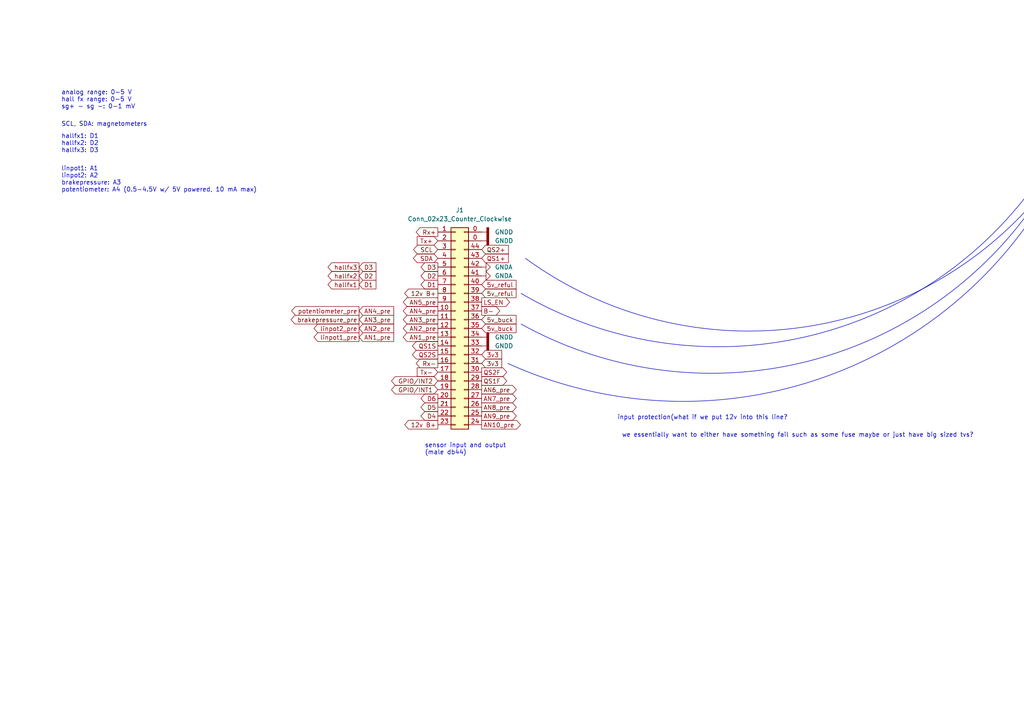
<source format=kicad_sch>
(kicad_sch (version 20230121) (generator eeschema)
  (paper "A4")
  (lib_symbols
    (symbol "Connector_Generic:Conn_02x23_Counter_Clockwise" (pin_names (offset 1.016) hide)
      (property "Reference" "J2" (at 1.27 34.29 0))
      (property "Value" "Conn_02x23_Counter_Clockwise" (at 1.27 31.75 0))
      (symbol "Conn_02x23_Counter_Clockwise_1_1"
        (rectangle (start -1.27 -27.813) (end 0 -28.067) (stroke (width 0.1524)))
        (rectangle (start -1.27 -25.273) (end 0 -25.527) (stroke (width 0.1524)))
        (rectangle (start -1.27 -22.733) (end 0 -22.987) (stroke (width 0.1524)))
        (rectangle (start -1.27 -20.193) (end 0 -20.447) (stroke (width 0.1524)))
        (rectangle (start -1.27 -17.653) (end 0 -17.907) (stroke (width 0.1524)))
        (rectangle (start -1.27 -15.113) (end 0 -15.367) (stroke (width 0.1524)))
        (rectangle (start -1.27 -12.573) (end 0 -12.827) (stroke (width 0.1524)))
        (rectangle (start -1.27 -10.033) (end 0 -10.287) (stroke (width 0.1524)))
        (rectangle (start -1.27 -7.493) (end 0 -7.747) (stroke (width 0.1524)))
        (rectangle (start -1.27 -4.953) (end 0 -5.207) (stroke (width 0.1524)))
        (rectangle (start -1.27 -2.413) (end 0 -2.667) (stroke (width 0.1524)))
        (rectangle (start -1.27 0.127) (end 0 -0.127) (stroke (width 0.1524)))
        (rectangle (start -1.27 2.667) (end 0 2.413) (stroke (width 0.1524)))
        (rectangle (start -1.27 5.207) (end 0 4.953) (stroke (width 0.1524)))
        (rectangle (start -1.27 7.747) (end 0 7.493) (stroke (width 0.1524)))
        (rectangle (start -1.27 10.287) (end 0 10.033) (stroke (width 0.1524)))
        (rectangle (start -1.27 12.827) (end 0 12.573) (stroke (width 0.1524)))
        (rectangle (start -1.27 15.367) (end 0 15.113) (stroke (width 0.1524)))
        (rectangle (start -1.27 17.907) (end 0 17.653) (stroke (width 0.1524)))
        (rectangle (start -1.27 20.447) (end 0 20.193) (stroke (width 0.1524)))
        (rectangle (start -1.27 22.987) (end 0 22.733) (stroke (width 0.1524)))
        (rectangle (start -1.27 25.527) (end 0 25.273) (stroke (width 0.1524)))
        (rectangle (start -1.27 28.067) (end 0 27.813) (stroke (width 0.1524)))
        (rectangle (start -1.27 29.21) (end 3.81 -29.21) (stroke (width 0.254)) (fill (type background)))
        (rectangle (start 3.81 -27.813) (end 2.54 -28.067) (stroke (width 0.1524)))
        (rectangle (start 3.81 -25.273) (end 2.54 -25.527) (stroke (width 0.1524)))
        (rectangle (start 3.81 -22.733) (end 2.54 -22.987) (stroke (width 0.1524)))
        (rectangle (start 3.81 -20.193) (end 2.54 -20.447) (stroke (width 0.1524)))
        (rectangle (start 3.81 -17.653) (end 2.54 -17.907) (stroke (width 0.1524)))
        (rectangle (start 3.81 -15.113) (end 2.54 -15.367) (stroke (width 0.1524)))
        (rectangle (start 3.81 -12.573) (end 2.54 -12.827) (stroke (width 0.1524)))
        (rectangle (start 3.81 -10.033) (end 2.54 -10.287) (stroke (width 0.1524)))
        (rectangle (start 3.81 -7.493) (end 2.54 -7.747) (stroke (width 0.1524)))
        (rectangle (start 3.81 -4.953) (end 2.54 -5.207) (stroke (width 0.1524)))
        (rectangle (start 3.81 -2.413) (end 2.54 -2.667) (stroke (width 0.1524)))
        (rectangle (start 3.81 0.127) (end 2.54 -0.127) (stroke (width 0.1524)))
        (rectangle (start 3.81 2.667) (end 2.54 2.413) (stroke (width 0.1524)))
        (rectangle (start 3.81 5.207) (end 2.54 4.953) (stroke (width 0.1524)))
        (rectangle (start 3.81 7.747) (end 2.54 7.493) (stroke (width 0.1524)))
        (rectangle (start 3.81 10.287) (end 2.54 10.033) (stroke (width 0.1524)))
        (rectangle (start 3.81 12.827) (end 2.54 12.573) (stroke (width 0.1524)))
        (rectangle (start 3.81 15.367) (end 2.54 15.113) (stroke (width 0.1524)))
        (rectangle (start 3.81 17.907) (end 2.54 17.653) (stroke (width 0.1524)))
        (rectangle (start 3.81 20.447) (end 2.54 20.193) (stroke (width 0.1524)))
        (rectangle (start 3.81 22.987) (end 2.54 22.733) (stroke (width 0.1524)))
        (rectangle (start 3.81 25.527) (end 2.54 25.273) (stroke (width 0.1524)))
        (rectangle (start 3.81 28.067) (end 2.54 27.813) (stroke (width 0.1524)))
        (pin passive line (at 7.62 25.4 180) (length 3.81) (name "Pin_45") (number "0"))
        (pin passive line (at 7.62 27.94 180) (length 3.81) (name "Pin_46") (number "0"))
        (pin passive line (at -5.08 27.94 0) (length 3.81) (name "Pin_1") (number "1"))
        (pin passive line (at -5.08 5.08 0) (length 3.81) (name "Pin_10") (number "10"))
        (pin passive line (at -5.08 2.54 0) (length 3.81) (name "Pin_11") (number "11"))
        (pin passive line (at -5.08 0 0) (length 3.81) (name "Pin_12") (number "12"))
        (pin passive line (at -5.08 -2.54 0) (length 3.81) (name "Pin_13") (number "13"))
        (pin passive line (at -5.08 -5.08 0) (length 3.81) (name "Pin_14") (number "14"))
        (pin passive line (at -5.08 -7.62 0) (length 3.81) (name "Pin_15") (number "15"))
        (pin passive line (at -5.08 -10.16 0) (length 3.81) (name "Pin_16") (number "16"))
        (pin passive line (at -5.08 -12.7 0) (length 3.81) (name "Pin_17") (number "17"))
        (pin passive line (at -5.08 -15.24 0) (length 3.81) (name "Pin_18") (number "18"))
        (pin passive line (at -5.08 -17.78 0) (length 3.81) (name "Pin_19") (number "19"))
        (pin passive line (at -5.08 25.4 0) (length 3.81) (name "Pin_2") (number "2"))
        (pin passive line (at -5.08 -20.32 0) (length 3.81) (name "Pin_20") (number "20"))
        (pin passive line (at -5.08 -22.86 0) (length 3.81) (name "Pin_21") (number "21"))
        (pin passive line (at -5.08 -25.4 0) (length 3.81) (name "Pin_22") (number "22"))
        (pin passive line (at -5.08 -27.94 0) (length 3.81) (name "Pin_23") (number "23"))
        (pin passive line (at 7.62 -27.94 180) (length 3.81) (name "Pin_24") (number "24"))
        (pin passive line (at 7.62 -25.4 180) (length 3.81) (name "Pin_25") (number "25"))
        (pin passive line (at 7.62 -22.86 180) (length 3.81) (name "Pin_26") (number "26"))
        (pin passive line (at 7.62 -20.32 180) (length 3.81) (name "Pin_27") (number "27"))
        (pin passive line (at 7.62 -17.78 180) (length 3.81) (name "Pin_28") (number "28"))
        (pin passive line (at 7.62 -15.24 180) (length 3.81) (name "Pin_29") (number "29"))
        (pin passive line (at -5.08 22.86 0) (length 3.81) (name "Pin_3") (number "3"))
        (pin passive line (at 7.62 -12.7 180) (length 3.81) (name "Pin_30") (number "30"))
        (pin passive line (at 7.62 -10.16 180) (length 3.81) (name "Pin_31") (number "31"))
        (pin passive line (at 7.62 -7.62 180) (length 3.81) (name "Pin_32") (number "32"))
        (pin passive line (at 7.62 -5.08 180) (length 3.81) (name "Pin_33") (number "33"))
        (pin passive line (at 7.62 -2.54 180) (length 3.81) (name "Pin_34") (number "34"))
        (pin passive line (at 7.62 0 180) (length 3.81) (name "Pin_35") (number "35"))
        (pin passive line (at 7.62 2.54 180) (length 3.81) (name "Pin_36") (number "36"))
        (pin passive line (at 7.62 5.08 180) (length 3.81) (name "Pin_37") (number "37"))
        (pin passive line (at 7.62 7.62 180) (length 3.81) (name "Pin_38") (number "38"))
        (pin passive line (at 7.62 10.16 180) (length 3.81) (name "Pin_39") (number "39"))
        (pin passive line (at -5.08 20.32 0) (length 3.81) (name "Pin_4") (number "4"))
        (pin passive line (at 7.62 12.7 180) (length 3.81) (name "Pin_40") (number "40"))
        (pin passive line (at 7.62 15.24 180) (length 3.81) (name "Pin_41") (number "41"))
        (pin passive line (at 7.62 17.78 180) (length 3.81) (name "Pin_42") (number "42"))
        (pin passive line (at 7.62 20.32 180) (length 3.81) (name "Pin_43") (number "43"))
        (pin passive line (at 7.62 22.86 180) (length 3.81) (name "Pin_44") (number "44"))
        (pin passive line (at -5.08 17.78 0) (length 3.81) (name "Pin_5") (number "5"))
        (pin passive line (at -5.08 15.24 0) (length 3.81) (name "Pin_6") (number "6"))
        (pin passive line (at -5.08 12.7 0) (length 3.81) (name "Pin_7") (number "7"))
        (pin passive line (at -5.08 10.16 0) (length 3.81) (name "Pin_8") (number "8"))
        (pin passive line (at -5.08 7.62 0) (length 3.81) (name "Pin_9") (number "9"))
      )
    )
    (symbol "power:GNDA" (power) (pin_names (offset 0))
      (property "Value" "GNDA" (at 0 -3.81 0))
      (symbol "GNDA_0_1"
        (polyline (pts (xy 0 0) (xy 0 -1.27) (xy 1.27 -1.27) (xy 0 -2.54) (xy -1.27 -1.27) (xy 0 -1.27)))
      )
      (symbol "GNDA_1_1"
        (pin power_in line (at 0 0 270) (length 0) hide (name "GNDA") (number "1"))
      )
    )
    (symbol "power:GNDD" (power) (pin_names (offset 0))
      (property "Value" "GNDD" (at 0 -3.175 0))
      (symbol "GNDD_0_1"
        (rectangle (start -1.27 -1.524) (end 1.27 -2.032) (stroke (width 0.254)) (fill (type outline)))
        (polyline (pts (xy 0 0) (xy 0 -1.524)))
      )
      (symbol "GNDD_1_1"
        (pin power_in line (at 0 0 270) (length 0) hide (name "GNDD") (number "1"))
      )
    )
  )
  (arc (start 306.07 50.8) (mid 234.2325 94.6911) (end 152.4 74.93))
  (arc (start 309.88 44.45) (mid 241.2252 108.5973) (end 147.32 105.41))
  (arc (start 306.07 49.53) (mid 237.8059 103.8441) (end 151.13 93.98))
  (arc (start 306.07 44.45) (mid 237.0168 96.8591) (end 151.13 85.09))
  (text "SCL, SDA: magnetometers\n" (at 17.78 36.83 0) (effects (font (size 1.27 1.27)) (justify left bottom)))
  (text "sensor input and output\n(male db44)" (at 123.19 132.08 0) (effects (font (size 1.27 1.27)) (justify left bottom)))
  (text "analog range: 0-5 V\nhall fx range: 0-5 V\nsg+ - sg -: 0-1 mV" (at 17.78 31.75 0) (effects (font (size 1.27 1.27)) (justify left bottom)))
  (text "linpot1: A1\nlinpot2: A2\nbrakepressure: A3\npotentiometer: A4 (0.5-4.5V w/ 5V powered, 10 mA max)" (at 17.78 55.88 0) (effects (font (size 1.27 1.27)) (justify left bottom)))
  (text "we essentially want to either have something fail such as some fuse maybe or just have big sized tvs?" (at 180.34 127 0) (effects (font (size 1.27 1.27)) (justify left bottom)))
  (text "hallfx1: D1\nhallfx2: D2\nhallfx3: D3\n" (at 17.78 44.45 0) (effects (font (size 1.27 1.27)) (justify left bottom)))
  (text "input protection(what if we put 12v into this line?" (at 179.07 121.92 0) (effects (font (size 1.27 1.27)) (justify left bottom)))
  (global_label "AN3_pre" (shape input) (at 104.14 92.71 0) (property "Intersheetrefs" "${INTERSHEET_REFS}" (effects hide)))
  (global_label "3v3" (shape input) (at 139.7 105.41 0) (property "Intersheetrefs" "${INTERSHEET_REFS}" (effects hide)))
  (global_label "12v B+" (shape output) (at 127 85.09 180) (property "Intersheetrefs" "${INTERSHEET_REFS}" (effects hide)))
  (global_label "SDA" (shape bidirectional) (at 127 74.93 180) (property "Intersheetrefs" "${INTERSHEET_REFS}" (effects hide)))
  (global_label "GPIO{slash}INT2" (shape bidirectional) (at 127 110.49 180) (property "Intersheetrefs" "${INTERSHEET_REFS}" (effects hide)))
  (global_label "hallfx1" (shape output) (at 104.14 82.55 180) (property "Intersheetrefs" "${INTERSHEET_REFS}" (effects hide)))
  (global_label "AN4_pre" (shape input) (at 104.14 90.17 0) (property "Intersheetrefs" "${INTERSHEET_REFS}" (effects hide)))
  (global_label "AN1_pre" (shape input) (at 104.14 97.79 0) (property "Intersheetrefs" "${INTERSHEET_REFS}" (effects hide)))
  (global_label "AN6_pre" (shape output) (at 139.7 113.03 0) (property "Intersheetrefs" "${INTERSHEET_REFS}" (effects hide)))
  (global_label "hallfx2" (shape output) (at 104.14 80.01 180) (property "Intersheetrefs" "${INTERSHEET_REFS}" (effects hide)))
  (global_label "Tx+" (shape input) (at 127 69.85 180) (property "Intersheetrefs" "${INTERSHEET_REFS}" (effects hide)))
  (global_label "AN2_pre" (shape output) (at 127 95.25 180) (property "Intersheetrefs" "${INTERSHEET_REFS}" (effects hide)))
  (global_label "QS1S" (shape output) (at 127 100.33 180) (property "Intersheetrefs" "${INTERSHEET_REFS}" (effects hide)))
  (global_label "brakepressure_pre" (shape output) (at 104.14 92.71 180) (property "Intersheetrefs" "${INTERSHEET_REFS}" (effects hide)))
  (global_label "AN3_pre" (shape output) (at 127 92.71 180) (property "Intersheetrefs" "${INTERSHEET_REFS}" (effects hide)))
  (global_label "D1" (shape input) (at 104.14 82.55 0) (property "Intersheetrefs" "${INTERSHEET_REFS}" (effects hide)))
  (global_label "AN8_pre" (shape output) (at 139.7 118.11 0) (property "Intersheetrefs" "${INTERSHEET_REFS}" (effects hide)))
  (global_label "AN7_pre" (shape output) (at 139.7 115.57 0) (property "Intersheetrefs" "${INTERSHEET_REFS}" (effects hide)))
  (global_label "12v B+" (shape output) (at 127 123.19 180) (property "Intersheetrefs" "${INTERSHEET_REFS}" (effects hide)))
  (global_label "D3" (shape input) (at 104.14 77.47 0) (property "Intersheetrefs" "${INTERSHEET_REFS}" (effects hide)))
  (global_label "D3" (shape output) (at 127 77.47 180) (property "Intersheetrefs" "${INTERSHEET_REFS}" (effects hide)))
  (global_label "QS2+" (shape input) (at 139.7 72.39 0) (property "Intersheetrefs" "${INTERSHEET_REFS}" (effects hide)))
  (global_label "potentiometer_pre" (shape output) (at 104.14 90.17 180) (property "Intersheetrefs" "${INTERSHEET_REFS}" (effects hide)))
  (global_label "D1" (shape output) (at 127 82.55 180) (property "Intersheetrefs" "${INTERSHEET_REFS}" (effects hide)))
  (global_label "5v_buck" (shape input) (at 139.7 95.25 0) (property "Intersheetrefs" "${INTERSHEET_REFS}" (effects hide)))
  (global_label "5v_reful" (shape input) (at 139.7 85.09 0) (property "Intersheetrefs" "${INTERSHEET_REFS}" (effects hide)))
  (global_label "D6" (shape output) (at 127 115.57 180) (property "Intersheetrefs" "${INTERSHEET_REFS}" (effects hide)))
  (global_label "hallfx3" (shape output) (at 104.14 77.47 180) (property "Intersheetrefs" "${INTERSHEET_REFS}" (effects hide)))
  (global_label "B-" (shape output) (at 139.7 90.17 0) (property "Intersheetrefs" "${INTERSHEET_REFS}" (effects hide)))
  (global_label "5v_buck" (shape input) (at 139.7 92.71 0) (property "Intersheetrefs" "${INTERSHEET_REFS}" (effects hide)))
  (global_label "linpot2_pre" (shape output) (at 104.14 95.25 180) (property "Intersheetrefs" "${INTERSHEET_REFS}" (effects hide)))
  (global_label "AN9_pre" (shape output) (at 139.7 120.65 0) (property "Intersheetrefs" "${INTERSHEET_REFS}" (effects hide)))
  (global_label "D4" (shape output) (at 127 120.65 180) (property "Intersheetrefs" "${INTERSHEET_REFS}" (effects hide)))
  (global_label "QS2S" (shape output) (at 127 102.87 180) (property "Intersheetrefs" "${INTERSHEET_REFS}" (effects hide)))
  (global_label "Tx-" (shape input) (at 127 107.95 180) (property "Intersheetrefs" "${INTERSHEET_REFS}" (effects hide)))
  (global_label "Rx-" (shape output) (at 127 105.41 180) (property "Intersheetrefs" "${INTERSHEET_REFS}" (effects hide)))
  (global_label "LS_EN" (shape output) (at 139.7 87.63 0) (property "Intersheetrefs" "${INTERSHEET_REFS}" (effects hide)))
  (global_label "AN4_pre" (shape output) (at 127 90.17 180) (property "Intersheetrefs" "${INTERSHEET_REFS}" (effects hide)))
  (global_label "Rx+" (shape output) (at 127 67.31 180) (property "Intersheetrefs" "${INTERSHEET_REFS}" (effects hide)))
  (global_label "GPIO{slash}INT1" (shape bidirectional) (at 127 113.03 180) (property "Intersheetrefs" "${INTERSHEET_REFS}" (effects hide)))
  (global_label "QS1+" (shape input) (at 139.7 74.93 0) (property "Intersheetrefs" "${INTERSHEET_REFS}" (effects hide)))
  (global_label "AN5_pre" (shape output) (at 127 87.63 180) (property "Intersheetrefs" "${INTERSHEET_REFS}" (effects hide)))
  (global_label "3v3" (shape input) (at 139.7 102.87 0) (property "Intersheetrefs" "${INTERSHEET_REFS}" (effects hide)))
  (global_label "SCL" (shape bidirectional) (at 127 72.39 180) (property "Intersheetrefs" "${INTERSHEET_REFS}" (effects hide)))
  (global_label "QS2F" (shape output) (at 139.7 107.95 0) (property "Intersheetrefs" "${INTERSHEET_REFS}" (effects hide)))
  (global_label "AN10_pre" (shape output) (at 139.7 123.19 0) (property "Intersheetrefs" "${INTERSHEET_REFS}" (effects hide)))
  (global_label "5v_reful" (shape input) (at 139.7 82.55 0) (property "Intersheetrefs" "${INTERSHEET_REFS}" (effects hide)))
  (global_label "D2" (shape input) (at 104.14 80.01 0) (property "Intersheetrefs" "${INTERSHEET_REFS}" (effects hide)))
  (global_label "AN1_pre" (shape output) (at 127 97.79 180) (property "Intersheetrefs" "${INTERSHEET_REFS}" (effects hide)))
  (global_label "D5" (shape output) (at 127 118.11 180) (property "Intersheetrefs" "${INTERSHEET_REFS}" (effects hide)))
  (global_label "D2" (shape output) (at 127 80.01 180) (property "Intersheetrefs" "${INTERSHEET_REFS}" (effects hide)))
  (global_label "linpot1_pre" (shape output) (at 104.14 97.79 180) (property "Intersheetrefs" "${INTERSHEET_REFS}" (effects hide)))
  (global_label "AN2_pre" (shape input) (at 104.14 95.25 0) (property "Intersheetrefs" "${INTERSHEET_REFS}" (effects hide)))
  (global_label "QS1F" (shape output) (at 139.7 110.49 0) (property "Intersheetrefs" "${INTERSHEET_REFS}" (effects hide)))
  (symbol (lib_id "power:GNDD") (at 139.7 69.85 90) (unit 1)
    (property "Reference" "#PWR050" (effects hide))
    (property "Value" "GNDD" (at 143.51 69.85 90) (effects (justify right)))
  )
  (symbol (lib_id "power:GNDD") (at 139.7 67.31 90) (unit 1)
    (property "Reference" "#PWR097" (effects hide))
    (property "Value" "GNDD" (at 143.51 67.31 90) (effects (justify right)))
  )
  (symbol (lib_id "power:GNDD") (at 139.7 97.79 90) (unit 1)
    (property "Reference" "#PWR038" (effects hide))
    (property "Value" "GNDD" (at 143.51 97.79 90) (effects (justify right)))
  )
  (symbol (lib_id "Connector_Generic:Conn_02x23_Counter_Clockwise") (at 132.08 95.25 0) (unit 1)
    (property "Reference" "J1" (at 133.35 60.96 0))
    (property "Value" "Conn_02x23_Counter_Clockwise" (at 133.35 63.5 0))
    (property "Footprint" "21xt_footprints:aaren_mouser_db44_screws" (effects hide))
  )
  (symbol (lib_id "power:GNDA") (at 139.7 77.47 90) (unit 1)
    (property "Reference" "#PWR096" (effects hide))
    (property "Value" "GNDA" (at 143.51 77.47 90) (effects (justify right)))
  )
  (symbol (lib_id "power:GNDD") (at 139.7 100.33 90) (unit 1)
    (property "Reference" "#PWR037" (effects hide))
    (property "Value" "GNDD" (at 143.51 100.33 90) (effects (justify right)))
  )
  (symbol (lib_id "power:GNDA") (at 139.7 80.01 90) (unit 1)
    (property "Reference" "#PWR010" (effects hide))
    (property "Value" "GNDA" (at 143.51 80.01 90) (effects (justify right)))
  )
)
</source>
